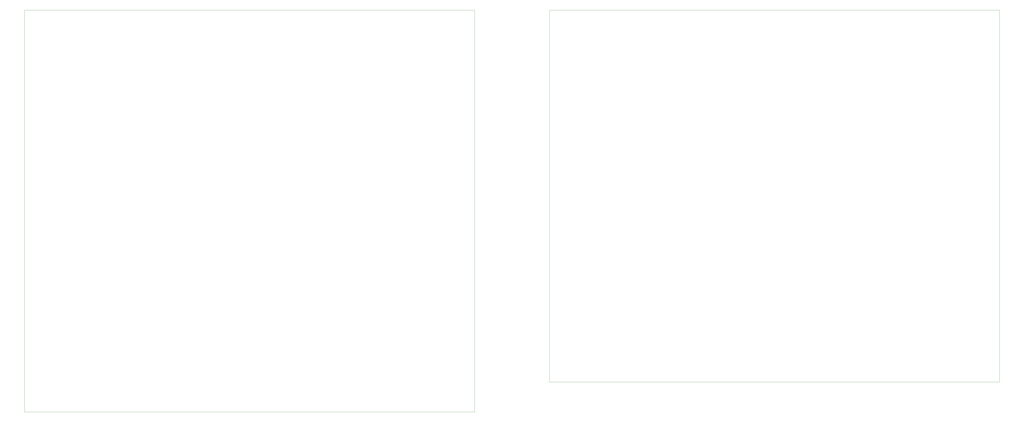
<source format=gbr>
%TF.GenerationSoftware,KiCad,Pcbnew,5.1.10-88a1d61d58~90~ubuntu20.04.1*%
%TF.CreationDate,2021-10-17T16:49:33-04:00*%
%TF.ProjectId,ysFFB,79734646-422e-46b6-9963-61645f706362,rev?*%
%TF.SameCoordinates,Original*%
%TF.FileFunction,Paste,Bot*%
%TF.FilePolarity,Positive*%
%FSLAX46Y46*%
G04 Gerber Fmt 4.6, Leading zero omitted, Abs format (unit mm)*
G04 Created by KiCad (PCBNEW 5.1.10-88a1d61d58~90~ubuntu20.04.1) date 2021-10-17 16:49:33*
%MOMM*%
%LPD*%
G01*
G04 APERTURE LIST*
%TA.AperFunction,Profile*%
%ADD10C,0.100000*%
%TD*%
G04 APERTURE END LIST*
D10*
X27400000Y-194000000D02*
X27400000Y-32000000D01*
X223400000Y-32000000D02*
X223400000Y-194000000D01*
X223400000Y-194000000D02*
X27400000Y-194000000D01*
X27400000Y-32000000D02*
X223400000Y-32000000D01*
X-5200000Y-32000000D02*
X-5200000Y-207000000D01*
X-201200000Y-32000000D02*
X-5200000Y-32000000D01*
X-5200000Y-207000000D02*
X-201200000Y-207000000D01*
X-201200000Y-207000000D02*
X-201200000Y-32000000D01*
M02*

</source>
